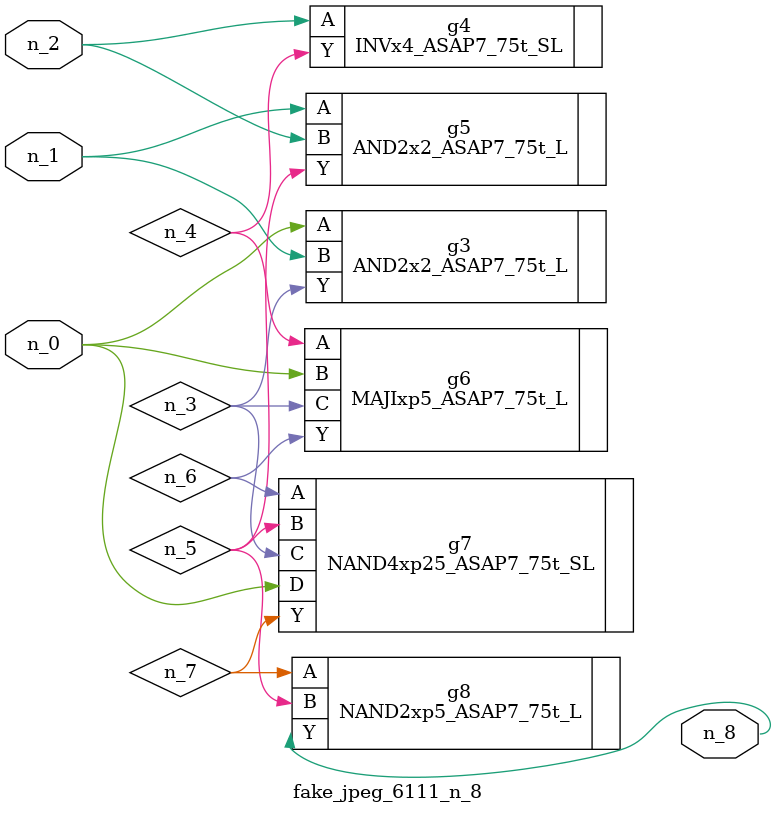
<source format=v>
module fake_jpeg_6111_n_8 (n_0, n_2, n_1, n_8);

input n_0;
input n_2;
input n_1;

output n_8;

wire n_3;
wire n_4;
wire n_6;
wire n_5;
wire n_7;

AND2x2_ASAP7_75t_L g3 ( 
.A(n_0),
.B(n_1),
.Y(n_3)
);

INVx4_ASAP7_75t_SL g4 ( 
.A(n_2),
.Y(n_4)
);

AND2x2_ASAP7_75t_L g5 ( 
.A(n_1),
.B(n_2),
.Y(n_5)
);

MAJIxp5_ASAP7_75t_L g6 ( 
.A(n_4),
.B(n_0),
.C(n_3),
.Y(n_6)
);

NAND4xp25_ASAP7_75t_SL g7 ( 
.A(n_6),
.B(n_5),
.C(n_3),
.D(n_0),
.Y(n_7)
);

NAND2xp5_ASAP7_75t_L g8 ( 
.A(n_7),
.B(n_5),
.Y(n_8)
);


endmodule
</source>
